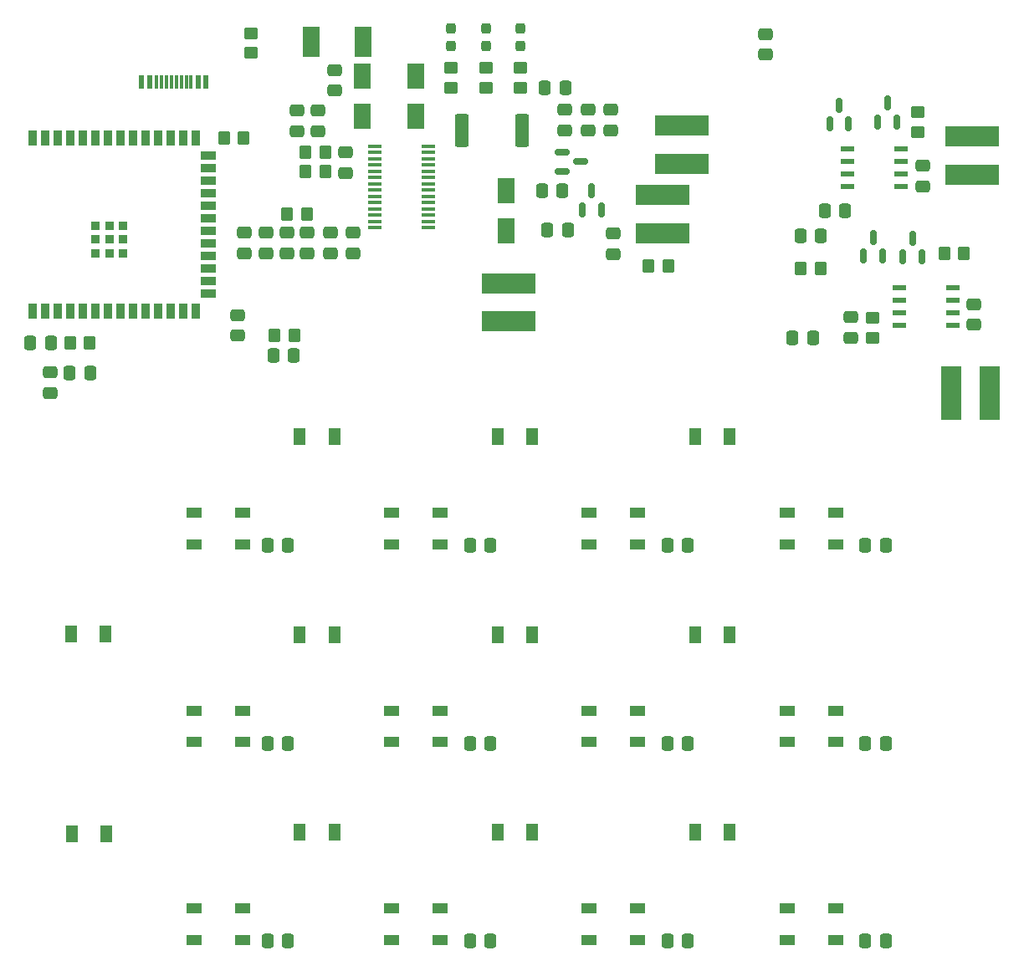
<source format=gbr>
%TF.GenerationSoftware,KiCad,Pcbnew,(6.0.0)*%
%TF.CreationDate,2022-04-14T21:00:37+02:00*%
%TF.ProjectId,keyboard_v1.0,6b657962-6f61-4726-945f-76312e302e6b,rev?*%
%TF.SameCoordinates,Original*%
%TF.FileFunction,Paste,Top*%
%TF.FilePolarity,Positive*%
%FSLAX46Y46*%
G04 Gerber Fmt 4.6, Leading zero omitted, Abs format (unit mm)*
G04 Created by KiCad (PCBNEW (6.0.0)) date 2022-04-14 21:00:37*
%MOMM*%
%LPD*%
G01*
G04 APERTURE LIST*
G04 Aperture macros list*
%AMRoundRect*
0 Rectangle with rounded corners*
0 $1 Rounding radius*
0 $2 $3 $4 $5 $6 $7 $8 $9 X,Y pos of 4 corners*
0 Add a 4 corners polygon primitive as box body*
4,1,4,$2,$3,$4,$5,$6,$7,$8,$9,$2,$3,0*
0 Add four circle primitives for the rounded corners*
1,1,$1+$1,$2,$3*
1,1,$1+$1,$4,$5*
1,1,$1+$1,$6,$7*
1,1,$1+$1,$8,$9*
0 Add four rect primitives between the rounded corners*
20,1,$1+$1,$2,$3,$4,$5,0*
20,1,$1+$1,$4,$5,$6,$7,0*
20,1,$1+$1,$6,$7,$8,$9,0*
20,1,$1+$1,$8,$9,$2,$3,0*%
G04 Aperture macros list end*
%ADD10RoundRect,0.250000X0.475000X-0.337500X0.475000X0.337500X-0.475000X0.337500X-0.475000X-0.337500X0*%
%ADD11R,1.500000X1.000000*%
%ADD12RoundRect,0.250000X-0.337500X-0.475000X0.337500X-0.475000X0.337500X0.475000X-0.337500X0.475000X0*%
%ADD13RoundRect,0.250000X0.350000X0.450000X-0.350000X0.450000X-0.350000X-0.450000X0.350000X-0.450000X0*%
%ADD14RoundRect,0.250000X-0.475000X0.337500X-0.475000X-0.337500X0.475000X-0.337500X0.475000X0.337500X0*%
%ADD15R,1.300000X1.700000*%
%ADD16RoundRect,0.250000X0.337500X0.475000X-0.337500X0.475000X-0.337500X-0.475000X0.337500X-0.475000X0*%
%ADD17R,0.600000X1.450000*%
%ADD18R,0.300000X1.450000*%
%ADD19R,2.150000X5.500000*%
%ADD20R,1.800000X2.500000*%
%ADD21RoundRect,0.250000X-0.350000X-0.450000X0.350000X-0.450000X0.350000X0.450000X-0.350000X0.450000X0*%
%ADD22RoundRect,0.150000X0.150000X-0.587500X0.150000X0.587500X-0.150000X0.587500X-0.150000X-0.587500X0*%
%ADD23RoundRect,0.250000X0.450000X-0.350000X0.450000X0.350000X-0.450000X0.350000X-0.450000X-0.350000X0*%
%ADD24R,0.900000X1.500000*%
%ADD25R,1.500000X0.900000*%
%ADD26R,0.900000X0.900000*%
%ADD27RoundRect,0.250000X-0.450000X0.350000X-0.450000X-0.350000X0.450000X-0.350000X0.450000X0.350000X0*%
%ADD28RoundRect,0.237500X-0.237500X0.287500X-0.237500X-0.287500X0.237500X-0.287500X0.237500X0.287500X0*%
%ADD29R,1.460500X0.533400*%
%ADD30RoundRect,0.249999X-0.450001X-1.425001X0.450001X-1.425001X0.450001X1.425001X-0.450001X1.425001X0*%
%ADD31R,1.460500X0.355600*%
%ADD32R,5.500000X2.150000*%
%ADD33RoundRect,0.150000X-0.587500X-0.150000X0.587500X-0.150000X0.587500X0.150000X-0.587500X0.150000X0*%
%ADD34R,1.780000X3.150000*%
G04 APERTURE END LIST*
D10*
%TO.C,C38*%
X97467000Y-41472500D03*
X97467000Y-39397500D03*
%TD*%
D11*
%TO.C,D24*%
X102450000Y-123400000D03*
X102450000Y-120200000D03*
X97550000Y-120200000D03*
X97550000Y-123400000D03*
%TD*%
D12*
%TO.C,C1*%
X64962500Y-83500000D03*
X67037500Y-83500000D03*
%TD*%
D10*
%TO.C,C37*%
X95063000Y-41472500D03*
X95063000Y-39397500D03*
%TD*%
D12*
%TO.C,C11*%
X125462500Y-83500000D03*
X127537500Y-83500000D03*
%TD*%
D13*
%TO.C,R6*%
X68979000Y-49961000D03*
X66979000Y-49961000D03*
%TD*%
D14*
%TO.C,C22*%
X67981000Y-39479500D03*
X67981000Y-41554500D03*
%TD*%
D15*
%TO.C,D11*%
X108250000Y-92500000D03*
X111750000Y-92500000D03*
%TD*%
D12*
%TO.C,C7*%
X105462500Y-83500000D03*
X107537500Y-83500000D03*
%TD*%
D10*
%TO.C,C41*%
X136473000Y-61148500D03*
X136473000Y-59073500D03*
%TD*%
D16*
%TO.C,C3*%
X67037500Y-103500000D03*
X64962500Y-103500000D03*
%TD*%
D15*
%TO.C,D2*%
X45084000Y-92431000D03*
X48584000Y-92431000D03*
%TD*%
D12*
%TO.C,C33*%
X92747500Y-47599000D03*
X94822500Y-47599000D03*
%TD*%
D16*
%TO.C,C43*%
X120965500Y-52102000D03*
X118890500Y-52102000D03*
%TD*%
D17*
%TO.C,P1*%
X58750000Y-36545000D03*
X57950000Y-36545000D03*
D18*
X56750000Y-36545000D03*
X55750000Y-36545000D03*
X55250000Y-36545000D03*
X54250000Y-36545000D03*
D17*
X53050000Y-36545000D03*
X52250000Y-36545000D03*
X52250000Y-36545000D03*
X53050000Y-36545000D03*
D18*
X53750000Y-36545000D03*
X54750000Y-36545000D03*
X56250000Y-36545000D03*
X57250000Y-36545000D03*
D17*
X57950000Y-36545000D03*
X58750000Y-36545000D03*
%TD*%
D19*
%TO.C,L3*%
X138026000Y-68100000D03*
X134176000Y-68100000D03*
%TD*%
D11*
%TO.C,D21*%
X82450000Y-123400000D03*
X82450000Y-120200000D03*
X77550000Y-120200000D03*
X77550000Y-123400000D03*
%TD*%
D15*
%TO.C,D8*%
X88250000Y-92500000D03*
X91750000Y-92500000D03*
%TD*%
D20*
%TO.C,D13*%
X74604000Y-40000000D03*
X74604000Y-36000000D03*
%TD*%
D11*
%TO.C,D28*%
X122450000Y-123400000D03*
X122450000Y-120200000D03*
X117550000Y-120200000D03*
X117550000Y-123400000D03*
%TD*%
D21*
%TO.C,R32*%
X133469000Y-53889000D03*
X135469000Y-53889000D03*
%TD*%
D22*
%TO.C,Q4*%
X96853000Y-49484500D03*
X98753000Y-49484500D03*
X97803000Y-47609500D03*
%TD*%
D10*
%TO.C,C46*%
X131334000Y-47144350D03*
X131334000Y-45069350D03*
%TD*%
D23*
%TO.C,R10*%
X87081000Y-37118000D03*
X87081000Y-35118000D03*
%TD*%
D16*
%TO.C,C21*%
X47037500Y-66000000D03*
X44962500Y-66000000D03*
%TD*%
D11*
%TO.C,D22*%
X102450000Y-83400000D03*
X102450000Y-80200000D03*
X97550000Y-80200000D03*
X97550000Y-83400000D03*
%TD*%
%TO.C,D27*%
X117550000Y-100200000D03*
X117550000Y-103400000D03*
X122450000Y-103400000D03*
X122450000Y-100200000D03*
%TD*%
D15*
%TO.C,D7*%
X88250000Y-72500000D03*
X91750000Y-72500000D03*
%TD*%
D10*
%TO.C,C39*%
X99725000Y-41472500D03*
X99725000Y-39397500D03*
%TD*%
D14*
%TO.C,C27*%
X68969000Y-51821500D03*
X68969000Y-53896500D03*
%TD*%
%TO.C,C29*%
X71344000Y-51821500D03*
X71344000Y-53896500D03*
%TD*%
D16*
%TO.C,C10*%
X107537500Y-103500000D03*
X105462500Y-103500000D03*
%TD*%
D24*
%TO.C,ESP32*%
X41240000Y-59750000D03*
X42510000Y-59750000D03*
X43780000Y-59750000D03*
X45050000Y-59750000D03*
X46320000Y-59750000D03*
X47590000Y-59750000D03*
X48860000Y-59750000D03*
X50130000Y-59750000D03*
X51400000Y-59750000D03*
X52670000Y-59750000D03*
X53940000Y-59750000D03*
X55210000Y-59750000D03*
X56480000Y-59750000D03*
X57750000Y-59750000D03*
D25*
X59000000Y-57985000D03*
X59000000Y-56715000D03*
X59000000Y-55450000D03*
X59000000Y-54175000D03*
X59000000Y-52905000D03*
X59000000Y-51635000D03*
X59000000Y-50365000D03*
X59000000Y-49095000D03*
X59000000Y-47825000D03*
X59000000Y-46555000D03*
X59000000Y-45285000D03*
X59000000Y-44015000D03*
D24*
X57750000Y-42250000D03*
X56480000Y-42250000D03*
X55210000Y-42250000D03*
X53940000Y-42250000D03*
X52670000Y-42250000D03*
X51400000Y-42250000D03*
X50130000Y-42250000D03*
X48860000Y-42250000D03*
X47590000Y-42250000D03*
X46320000Y-42250000D03*
X45050000Y-42250000D03*
X43780000Y-42250000D03*
X42510000Y-42250000D03*
X41240000Y-42250000D03*
D26*
X48960000Y-51100000D03*
X48960000Y-53900000D03*
X50365000Y-53900000D03*
X48960000Y-52500000D03*
X47560000Y-53900000D03*
X50360000Y-52500000D03*
X47560000Y-51100000D03*
X50360000Y-51100000D03*
X47560000Y-52500000D03*
%TD*%
D21*
%TO.C,R8*%
X68804250Y-45634000D03*
X70804250Y-45634000D03*
%TD*%
D14*
%TO.C,C42*%
X124029000Y-60363500D03*
X124029000Y-62438500D03*
%TD*%
D22*
%TO.C,Q2*%
X126747000Y-40589350D03*
X128647000Y-40589350D03*
X127697000Y-38714350D03*
%TD*%
D27*
%TO.C,R4*%
X63268000Y-31622000D03*
X63268000Y-33622000D03*
%TD*%
D14*
%TO.C,C26*%
X64798000Y-51821500D03*
X64798000Y-53896500D03*
%TD*%
D13*
%TO.C,R31*%
X120928000Y-55424000D03*
X118928000Y-55424000D03*
%TD*%
D11*
%TO.C,D26*%
X122450000Y-83400000D03*
X122450000Y-80200000D03*
X117550000Y-80200000D03*
X117550000Y-83400000D03*
%TD*%
%TO.C,D23*%
X97550000Y-100200000D03*
X97550000Y-103400000D03*
X102450000Y-103400000D03*
X102450000Y-100200000D03*
%TD*%
D27*
%TO.C,R30*%
X126231000Y-60431000D03*
X126231000Y-62431000D03*
%TD*%
D28*
%TO.C,D37*%
X87081000Y-31152000D03*
X87081000Y-32902000D03*
%TD*%
D11*
%TO.C,D19*%
X82450000Y-83400000D03*
X82450000Y-80200000D03*
X77550000Y-80200000D03*
X77550000Y-83400000D03*
%TD*%
D28*
%TO.C,D36*%
X83581000Y-31152000D03*
X83581000Y-32902000D03*
%TD*%
D22*
%TO.C,Q1*%
X125324000Y-54203500D03*
X127224000Y-54203500D03*
X126274000Y-52328500D03*
%TD*%
D15*
%TO.C,D4*%
X68250000Y-72500000D03*
X71750000Y-72500000D03*
%TD*%
%TO.C,D5*%
X68250000Y-92500000D03*
X71750000Y-92500000D03*
%TD*%
D11*
%TO.C,D17*%
X57550000Y-100200000D03*
X57550000Y-103400000D03*
X62450000Y-103400000D03*
X62450000Y-100200000D03*
%TD*%
D15*
%TO.C,D6*%
X68250000Y-112500000D03*
X71750000Y-112500000D03*
%TD*%
D28*
%TO.C,D38*%
X90581000Y-31152000D03*
X90581000Y-32902000D03*
%TD*%
D21*
%TO.C,R1*%
X60581000Y-42228000D03*
X62581000Y-42228000D03*
%TD*%
D29*
%TO.C,U2*%
X128918850Y-57376000D03*
X128918850Y-58646000D03*
X128918850Y-59916000D03*
X128918850Y-61186000D03*
X134367150Y-61186000D03*
X134367150Y-59916000D03*
X134367150Y-58646000D03*
X134367150Y-57376000D03*
%TD*%
D14*
%TO.C,C23*%
X62587000Y-51821500D03*
X62587000Y-53896500D03*
%TD*%
D30*
%TO.C,R12*%
X84643000Y-41439000D03*
X90743000Y-41439000D03*
%TD*%
D22*
%TO.C,Q1*%
X129290000Y-54269500D03*
X131190000Y-54269500D03*
X130240000Y-52394500D03*
%TD*%
D12*
%TO.C,C2*%
X64962500Y-123500000D03*
X67037500Y-123500000D03*
%TD*%
D31*
%TO.C,U1*%
X75794661Y-43058311D03*
X75794661Y-43693311D03*
X75794661Y-44328311D03*
X75794661Y-44963311D03*
X75794661Y-45598311D03*
X75794661Y-46233311D03*
X75794661Y-46868311D03*
X75794661Y-47503311D03*
X75794661Y-48138311D03*
X75794661Y-48773311D03*
X75794661Y-49408311D03*
X75794661Y-50043311D03*
X75794661Y-50678311D03*
X75794661Y-51313311D03*
X81242961Y-51313311D03*
X81242961Y-50678311D03*
X81242961Y-50043311D03*
X81242961Y-49408311D03*
X81242961Y-48773311D03*
X81242961Y-48138311D03*
X81242961Y-47503311D03*
X81242961Y-46868311D03*
X81242961Y-46233311D03*
X81242961Y-45598311D03*
X81242961Y-44963311D03*
X81242961Y-44328311D03*
X81242961Y-43693311D03*
X81242961Y-43058311D03*
%TD*%
D14*
%TO.C,C30*%
X73675000Y-51821500D03*
X73675000Y-53896500D03*
%TD*%
D27*
%TO.C,R35*%
X130754000Y-39622850D03*
X130754000Y-41622850D03*
%TD*%
D14*
%TO.C,C28*%
X72909250Y-43700500D03*
X72909250Y-45775500D03*
%TD*%
D32*
%TO.C,L1*%
X105002000Y-48006000D03*
X105002000Y-51856000D03*
%TD*%
D12*
%TO.C,C5*%
X85462500Y-123500000D03*
X87537500Y-123500000D03*
%TD*%
D13*
%TO.C,R33*%
X105513000Y-55186000D03*
X103513000Y-55186000D03*
%TD*%
D20*
%TO.C,D35*%
X80000000Y-40000000D03*
X80000000Y-36000000D03*
%TD*%
%TO.C,D39*%
X89123000Y-47601000D03*
X89123000Y-51601000D03*
%TD*%
D22*
%TO.C,Q2*%
X121869000Y-40793350D03*
X123769000Y-40793350D03*
X122819000Y-38918350D03*
%TD*%
D32*
%TO.C,L2*%
X136330000Y-42082000D03*
X136330000Y-45932000D03*
%TD*%
D16*
%TO.C,C20*%
X43037500Y-63000000D03*
X40962500Y-63000000D03*
%TD*%
D15*
%TO.C,D12*%
X108250000Y-112500000D03*
X111750000Y-112500000D03*
%TD*%
D29*
%TO.C,U3*%
X123677850Y-43317850D03*
X123677850Y-44587850D03*
X123677850Y-45857850D03*
X123677850Y-47127850D03*
X129126150Y-47127850D03*
X129126150Y-45857850D03*
X129126150Y-44587850D03*
X129126150Y-43317850D03*
%TD*%
D23*
%TO.C,R9*%
X90581000Y-37118000D03*
X90581000Y-35118000D03*
%TD*%
D11*
%TO.C,D20*%
X77550000Y-100200000D03*
X77550000Y-103400000D03*
X82450000Y-103400000D03*
X82450000Y-100200000D03*
%TD*%
D21*
%TO.C,R5*%
X45000000Y-63000000D03*
X47000000Y-63000000D03*
%TD*%
D16*
%TO.C,C14*%
X127537500Y-103500000D03*
X125462500Y-103500000D03*
%TD*%
D10*
%TO.C,C50*%
X61922000Y-62227500D03*
X61922000Y-60152500D03*
%TD*%
D14*
%TO.C,C19*%
X43000000Y-65962500D03*
X43000000Y-68037500D03*
%TD*%
D15*
%TO.C,D9*%
X88250000Y-112500000D03*
X91750000Y-112500000D03*
%TD*%
D11*
%TO.C,D16*%
X62450000Y-83400000D03*
X62450000Y-80200000D03*
X57550000Y-80200000D03*
X57550000Y-83400000D03*
%TD*%
D14*
%TO.C,C25*%
X70108000Y-39479500D03*
X70108000Y-41554500D03*
%TD*%
D32*
%TO.C,L4*%
X106949000Y-40983000D03*
X106949000Y-44833000D03*
%TD*%
D23*
%TO.C,R11*%
X83581000Y-37118000D03*
X83581000Y-35118000D03*
%TD*%
D14*
%TO.C,C32*%
X115363000Y-31725500D03*
X115363000Y-33800500D03*
%TD*%
D12*
%TO.C,C8*%
X105462500Y-123500000D03*
X107537500Y-123500000D03*
%TD*%
D33*
%TO.C,Q3*%
X94822500Y-43694000D03*
X94822500Y-45594000D03*
X96697500Y-44644000D03*
%TD*%
D14*
%TO.C,C24*%
X66972000Y-51821500D03*
X66972000Y-53896500D03*
%TD*%
D12*
%TO.C,C12*%
X125462500Y-123500000D03*
X127537500Y-123500000D03*
%TD*%
D34*
%TO.C,F1*%
X69385000Y-32500000D03*
X74615000Y-32500000D03*
%TD*%
D14*
%TO.C,C34*%
X99969000Y-51891500D03*
X99969000Y-53966500D03*
%TD*%
D12*
%TO.C,C35*%
X93299500Y-51580000D03*
X95374500Y-51580000D03*
%TD*%
D15*
%TO.C,D3*%
X45165000Y-112640000D03*
X48665000Y-112640000D03*
%TD*%
D12*
%TO.C,C4*%
X85462500Y-83500000D03*
X87537500Y-83500000D03*
%TD*%
D16*
%TO.C,C6*%
X87537500Y-103500000D03*
X85462500Y-103500000D03*
%TD*%
%TO.C,C48*%
X67665500Y-64244000D03*
X65590500Y-64244000D03*
%TD*%
D13*
%TO.C,R34*%
X67684000Y-62210000D03*
X65684000Y-62210000D03*
%TD*%
D12*
%TO.C,C31*%
X93056500Y-37123000D03*
X95131500Y-37123000D03*
%TD*%
%TO.C,C47*%
X121367500Y-49605850D03*
X123442500Y-49605850D03*
%TD*%
D13*
%TO.C,R7*%
X70804250Y-43698000D03*
X68804250Y-43698000D03*
%TD*%
D11*
%TO.C,D18*%
X62450000Y-123400000D03*
X62450000Y-120200000D03*
X57550000Y-120200000D03*
X57550000Y-123400000D03*
%TD*%
D15*
%TO.C,D10*%
X108250000Y-72500000D03*
X111750000Y-72500000D03*
%TD*%
D32*
%TO.C,L5*%
X89388000Y-60811000D03*
X89388000Y-56961000D03*
%TD*%
D12*
%TO.C,C45*%
X118105500Y-62437000D03*
X120180500Y-62437000D03*
%TD*%
D10*
%TO.C,C36*%
X71783000Y-37420500D03*
X71783000Y-35345500D03*
%TD*%
M02*

</source>
